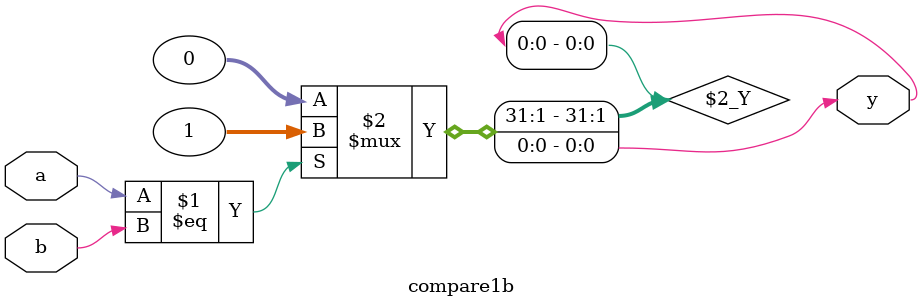
<source format=v>
  `timescale 10 ns / 1 ns
  
  module compare1b(y, b, a);
    
    output y;   // ??????
    input b, a;  // ??????
    
    // ?????????
    assign y = (a==b) ? 1 : 0;
    
  endmodule
</source>
